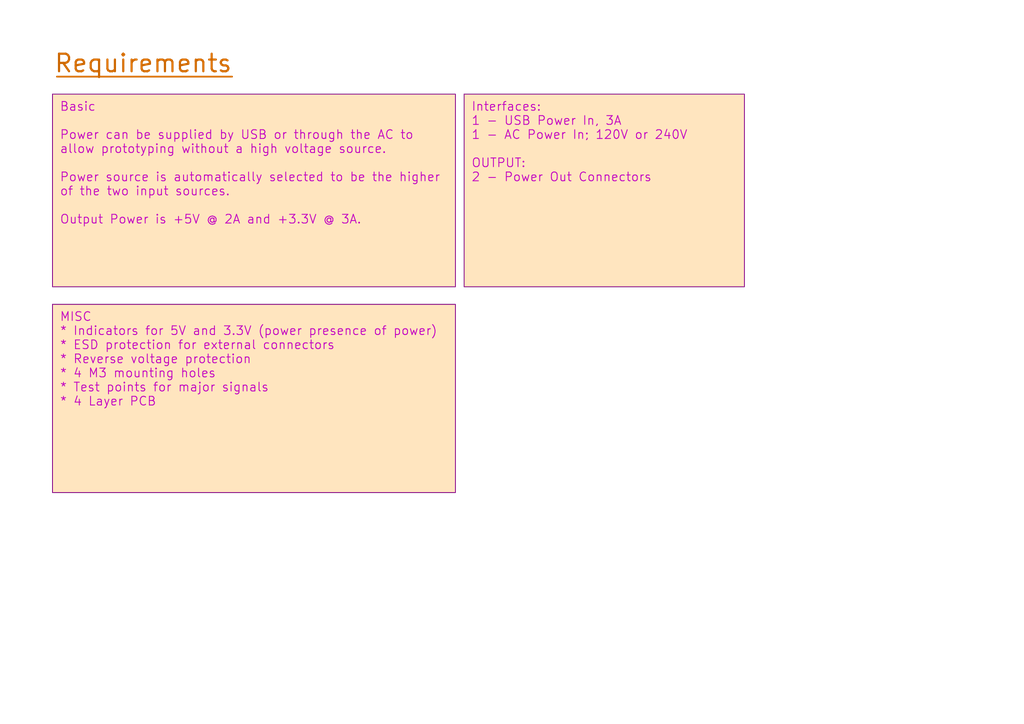
<source format=kicad_sch>
(kicad_sch
	(version 20250114)
	(generator "eeschema")
	(generator_version "9.0")
	(uuid "fc7f81a0-9af7-47bc-aa94-5f6cc8d08d53")
	(paper "A4")
	(title_block
		(title "Power Module")
	)
	(lib_symbols)
	(text "Requirements"
		(exclude_from_sim no)
		(at 15.494 15.621 0)
		(effects
			(font
				(size 5.08 5.08)
				(thickness 0.635)
				(bold yes)
				(color 204 102 0 1)
			)
			(justify left top)
		)
		(uuid "bbb74612-c8d7-4078-9dd3-32e18a5a4b56")
	)
	(text_box "Basic\n\nPower can be supplied by USB or through the AC to allow prototyping without a high voltage source.\n\nPower source is automatically selected to be the higher of the two input sources.\n\nOutput Power is +5V @ 2A and +3.3V @ 3A."
		(exclude_from_sim yes)
		(at 15.24 27.305 0)
		(size 116.84 55.88)
		(margins 2.032 2.032 2.032 2.032)
		(stroke
			(width 0.254)
			(type solid)
			(color 132 0 132 1)
		)
		(fill
			(type color)
			(color 255 229 191 1)
		)
		(effects
			(font
				(size 2.54 2.54)
				(thickness 0.254)
				(bold yes)
				(color 194 0 194 1)
			)
			(justify left top)
		)
		(uuid "16d51c15-12ec-4cb4-a810-bd05b029ae78")
	)
	(text_box "MISC\n* Indicators for 5V and 3.3V (power presence of power)\n* ESD protection for external connectors\n* Reverse voltage protection\n* 4 M3 mounting holes\n* Test points for major signals\n* 4 Layer PCB"
		(exclude_from_sim yes)
		(at 15.24 88.265 0)
		(size 116.84 54.61)
		(margins 2.032 2.032 2.032 2.032)
		(stroke
			(width 0.254)
			(type solid)
			(color 132 0 132 1)
		)
		(fill
			(type color)
			(color 255 229 191 1)
		)
		(effects
			(font
				(size 2.54 2.54)
				(thickness 0.254)
				(bold yes)
				(color 194 0 194 1)
			)
			(justify left top)
		)
		(uuid "5880ba7e-a1a1-4185-80c3-957acd721e80")
	)
	(text_box "Interfaces:\n1 - USB Power In, 3A\n1 - AC Power In; 120V or 240V\n\nOUTPUT:\n2 - Power Out Connectors\n"
		(exclude_from_sim yes)
		(at 134.62 27.305 0)
		(size 81.28 55.88)
		(margins 2.032 2.032 2.032 2.032)
		(stroke
			(width 0.254)
			(type solid)
			(color 132 0 132 1)
		)
		(fill
			(type color)
			(color 255 229 191 1)
		)
		(effects
			(font
				(size 2.54 2.54)
				(thickness 0.254)
				(bold yes)
				(color 194 0 194 1)
			)
			(justify left top)
		)
		(uuid "e1cf46a0-3aec-4bf5-9622-6790bf1bd245")
	)
	(polyline
		(pts
			(xy 16.51 22.225) (xy 67.31 22.225)
		)
		(stroke
			(width 0.508)
			(type default)
			(color 204 102 0 1)
		)
		(uuid "2d777eef-dfce-4b28-aeb5-462e923edac6")
	)
)

</source>
